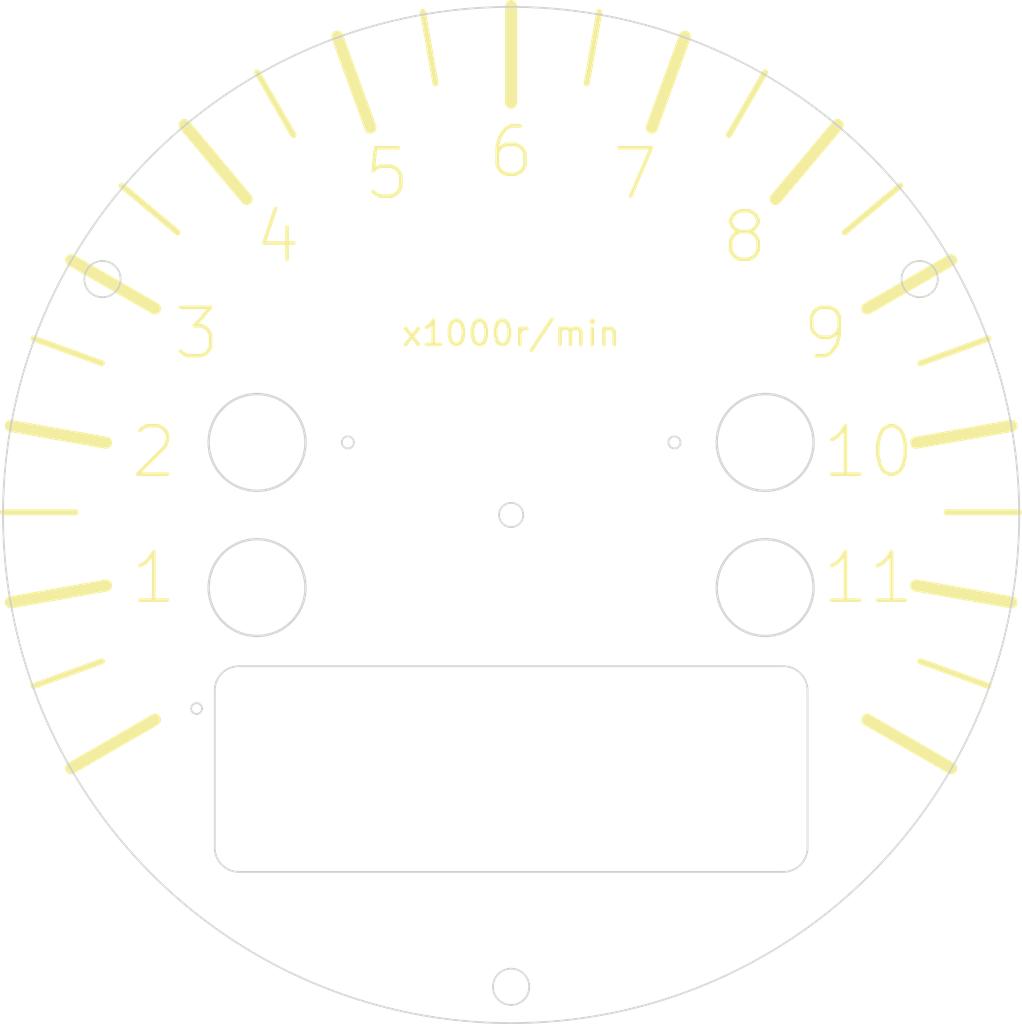
<source format=kicad_pcb>
(kicad_pcb (version 20171130) (host pcbnew "(5.0.1)-4")

  (general
    (thickness 1.6)
    (drawings 57)
    (tracks 0)
    (zones 0)
    (modules 0)
    (nets 1)
  )

  (page A4)
  (layers
    (0 F.Cu signal)
    (31 B.Cu signal)
    (32 B.Adhes user)
    (33 F.Adhes user)
    (34 B.Paste user)
    (35 F.Paste user)
    (36 B.SilkS user)
    (37 F.SilkS user)
    (38 B.Mask user)
    (39 F.Mask user)
    (40 Dwgs.User user)
    (41 Cmts.User user)
    (42 Eco1.User user)
    (43 Eco2.User user)
    (44 Edge.Cuts user)
    (45 Margin user)
    (46 B.CrtYd user)
    (47 F.CrtYd user)
    (48 B.Fab user)
    (49 F.Fab user)
  )

  (setup
    (last_trace_width 0.25)
    (trace_clearance 0.2)
    (zone_clearance 0.508)
    (zone_45_only no)
    (trace_min 0.2)
    (segment_width 0.2)
    (edge_width 0.15)
    (via_size 0.8)
    (via_drill 0.4)
    (via_min_size 0.4)
    (via_min_drill 0.3)
    (uvia_size 0.3)
    (uvia_drill 0.1)
    (uvias_allowed no)
    (uvia_min_size 0.2)
    (uvia_min_drill 0.1)
    (pcb_text_width 0.3)
    (pcb_text_size 1.5 1.5)
    (mod_edge_width 0.15)
    (mod_text_size 1 1)
    (mod_text_width 0.15)
    (pad_size 1.524 1.524)
    (pad_drill 0.762)
    (pad_to_mask_clearance 0.051)
    (solder_mask_min_width 0.25)
    (aux_axis_origin 0 0)
    (visible_elements 7FFFFFFF)
    (pcbplotparams
      (layerselection 0x010f0_ffffffff)
      (usegerberextensions false)
      (usegerberattributes true)
      (usegerberadvancedattributes false)
      (creategerberjobfile false)
      (excludeedgelayer true)
      (linewidth 0.100000)
      (plotframeref false)
      (viasonmask false)
      (mode 1)
      (useauxorigin false)
      (hpglpennumber 1)
      (hpglpenspeed 20)
      (hpglpendiameter 15.000000)
      (psnegative false)
      (psa4output false)
      (plotreference true)
      (plotvalue true)
      (plotinvisibletext false)
      (padsonsilk false)
      (subtractmaskfromsilk false)
      (outputformat 1)
      (mirror false)
      (drillshape 0)
      (scaleselection 1)
      (outputdirectory "face_gerber"))
  )

  (net 0 "")

  (net_class Default "This is the default net class."
    (clearance 0.2)
    (trace_width 0.25)
    (via_dia 0.8)
    (via_drill 0.4)
    (uvia_dia 0.3)
    (uvia_drill 0.1)
  )

  (gr_line (start 174.5 114.5) (end 174.5 127.5) (layer Edge.Cuts) (width 0.15))
  (gr_arc (start 127.5 114.5) (end 127.5 112.5) (angle -90) (layer Edge.Cuts) (width 0.15))
  (gr_arc (start 127.5 127.5) (end 125.5 127.5) (angle -90) (layer Edge.Cuts) (width 0.15))
  (gr_circle (center 150 139) (end 151.5 139) (layer Edge.Cuts) (width 0.15))
  (gr_arc (start 172.5 127.5) (end 172.5 129.5) (angle -90) (layer Edge.Cuts) (width 0.15))
  (gr_circle (center 124 116) (end 124.45 116) (layer Edge.Cuts) (width 0.15))
  (gr_line (start 125.5 114.5) (end 125.5 127.5) (layer Edge.Cuts) (width 0.15))
  (gr_circle (center 183.77 80.5) (end 185.27 80.5) (layer Edge.Cuts) (width 0.15))
  (gr_arc (start 172.5 114.5) (end 174.5 114.5) (angle -90) (layer Edge.Cuts) (width 0.15))
  (gr_circle (center 171 94) (end 175 94) (layer Edge.Cuts) (width 0.2) (tstamp 5CBF87C4))
  (gr_line (start 127.5 112.5) (end 172.5 112.5) (layer Edge.Cuts) (width 0.15))
  (gr_circle (center 116.22 80.5) (end 117.72 80.5) (layer Edge.Cuts) (width 0.15))
  (gr_circle (center 163.5 94) (end 164 94) (layer Edge.Cuts) (width 0.15))
  (gr_circle (center 129 94) (end 133 94) (layer Edge.Cuts) (width 0.2))
  (gr_circle (center 136.5 94) (end 137 94) (layer Edge.Cuts) (width 0.15))
  (gr_circle (center 150 100) (end 151 100) (layer Edge.Cuts) (width 0.15))
  (gr_circle (center 171 106) (end 175 106) (layer Edge.Cuts) (width 0.2) (tstamp 5CBF87C9))
  (gr_circle (center 129 106) (end 133 106) (layer Edge.Cuts) (width 0.2))
  (gr_line (start 127.5 129.5) (end 172.5 129.5) (layer Edge.Cuts) (width 0.15))
  (gr_line (start 110.53291 114.139821) (end 116.171066 112.0877) (layer F.SilkS) (width 0.5))
  (gr_line (start 108 99.774975) (end 114 99.774975) (layer F.SilkS) (width 0.5))
  (gr_line (start 157.293223 58.413049) (end 156.251334 64.321896) (layer F.SilkS) (width 0.5))
  (gr_line (start 182.173867 72.777895) (end 177.5776 76.634621) (layer F.SilkS) (width 0.5))
  (gr_line (start 110.53291 85.410129) (end 116.171066 87.46225) (layer F.SilkS) (width 0.5))
  (gr_line (start 171 63.401908) (end 168 68.59806) (layer F.SilkS) (width 0.5))
  (gr_line (start 129 63.401908) (end 132 68.59806) (layer F.SilkS) (width 0.5))
  (gr_line (start 189.46709 114.139821) (end 183.828934 112.0877) (layer F.SilkS) (width 0.5))
  (gr_line (start 189.46709 85.410129) (end 183.828934 87.46225) (layer F.SilkS) (width 0.5))
  (gr_line (start 192 99.774975) (end 186 99.774975) (layer F.SilkS) (width 0.5))
  (gr_line (start 117.826133 72.777895) (end 122.4224 76.634621) (layer F.SilkS) (width 0.5))
  (gr_line (start 142.706777 58.413049) (end 143.748666 64.321896) (layer F.SilkS) (width 0.5))
  (gr_line (start 191.361926 92.636353) (end 183.483464 94.025538) (layer F.SilkS) (width 1))
  (gr_line (start 150 57.929576) (end 150 65.929576) (layer F.SilkS) (width 1))
  (gr_line (start 113.626933 78.929576) (end 120.555136 82.929576) (layer F.SilkS) (width 1))
  (gr_line (start 176.99708 67.755709) (end 171.854779 73.884065) (layer F.SilkS) (width 1))
  (gr_line (start 191.361926 107.222799) (end 183.483464 105.833614) (layer F.SilkS) (width 1))
  (gr_line (start 135.635154 60.462486) (end 138.371315 67.980027) (layer F.SilkS) (width 1))
  (gr_line (start 164.364846 60.462486) (end 161.628685 67.980027) (layer F.SilkS) (width 1))
  (gr_line (start 108.638074 92.636353) (end 116.516536 94.025538) (layer F.SilkS) (width 1))
  (gr_line (start 113.626933 120.929576) (end 120.555136 116.929576) (layer F.SilkS) (width 1))
  (gr_line (start 186.373067 78.929576) (end 179.444864 82.929576) (layer F.SilkS) (width 1))
  (gr_line (start 123.00292 67.755709) (end 128.145221 73.884065) (layer F.SilkS) (width 1))
  (gr_line (start 186.373067 120.929576) (end 179.444864 116.929576) (layer F.SilkS) (width 1))
  (gr_line (start 108.638074 107.222799) (end 116.516536 105.833614) (layer F.SilkS) (width 1))
  (gr_text 3 (at 124.019238 85) (layer F.SilkS)
    (effects (font (size 4 4) (thickness 0.3)))
  )
  (gr_text x1000r/min (at 150 85) (layer F.SilkS)
    (effects (font (size 2 2) (thickness 0.3)))
  )
  (gr_text 10 (at 179.544233 94.790555) (layer F.SilkS)
    (effects (font (size 4 4) (thickness 0.3)))
  )
  (gr_text 7 (at 160.260604 71.809221) (layer F.SilkS)
    (effects (font (size 4 4) (thickness 0.3)))
  )
  (gr_text 11 (at 179.544233 105.209445) (layer F.SilkS)
    (effects (font (size 4 4) (thickness 0.3)))
  )
  (gr_text 6 (at 150 70) (layer F.SilkS)
    (effects (font (size 4 4) (thickness 0.3)))
  )
  (gr_text 5 (at 139.739396 71.809221) (layer F.SilkS)
    (effects (font (size 4 4) (thickness 0.3)))
  )
  (gr_text 8 (at 169.283628 77.018667) (layer F.SilkS)
    (effects (font (size 4 4) (thickness 0.3)))
  )
  (gr_text 4 (at 130.716372 77.018667) (layer F.SilkS)
    (effects (font (size 4 4) (thickness 0.3)))
  )
  (gr_text 1 (at 120.455767 105.209445) (layer F.SilkS)
    (effects (font (size 4 4) (thickness 0.3)))
  )
  (gr_text 9 (at 175.980762 85) (layer F.SilkS)
    (effects (font (size 4 4) (thickness 0.3)))
  )
  (gr_text 2 (at 120.455767 94.790555) (layer F.SilkS)
    (effects (font (size 4 4) (thickness 0.3)))
  )
  (gr_circle (center 150 100) (end 192 100) (layer Edge.Cuts) (width 0.15))

)

</source>
